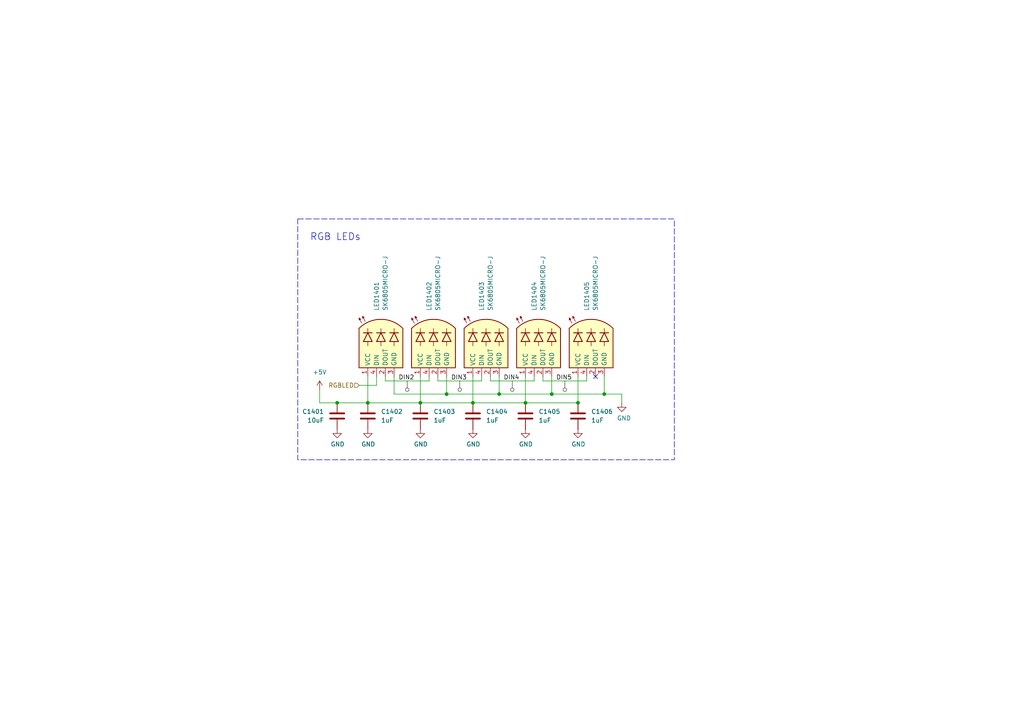
<source format=kicad_sch>
(kicad_sch (version 20250114) (generator "eeschema") (generator_version "9.0")
  (paper "A4")
  (title_block (title "HALPI2") (date "2025-01-26") (rev "v0.0.1") (company "Hat Labs Oy") (comment 1 "https://ohwr.org/cern_ohl_s_v2.pdf") (comment 2 "To view a copy of this license, visit ") (comment 3 "HALPI2 is licensed under CERN-OHL-S v2."))
  (lib_symbols
    (symbol "Device:C" (pin_numbers (hide yes)) (pin_names (offset 0.254))
      (property "Reference" "C" (at 0.635 2.54 0))
      (property "Value" "C" (at 0.635 -2.54 0))
      (symbol "C_0_1"
        (polyline (pts (xy -2.032 0.762) (xy 2.032 0.762)) (stroke (width 0.508)))
        (polyline (pts (xy -2.032 -0.762) (xy 2.032 -0.762)) (stroke (width 0.508)))
      )
      (symbol "C_1_1"
        (pin passive line (at 0 3.81 270) (length 2.794) (name "~") (number "1"))
        (pin passive line (at 0 -3.81 90) (length 2.794) (name "~") (number "2"))
      )
    )
    (symbol "Hatlabs:Worldsemi_WS2812E-4020"
      (property "Reference" "LED" (at 0 10.16 0))
      (property "Value" "Worldsemi_WS2812E-4020" (at 0 7.62 0))
      (symbol "Worldsemi_WS2812E-4020_0_1"
        (polyline (pts (xy 0 3.81) (xy 1.27 3.81)))
        (polyline (pts (xy 0 0) (xy 1.27 0)))
        (polyline (pts (xy 0 -3.81) (xy 1.27 -3.81)))
        (polyline (pts (xy 1.27 5.08) (xy 1.27 2.54) (xy 3.81 3.81) (xy 1.27 5.08)) (stroke (width 0.254)) (fill (type color) (color 70 70 200 1)))
        (polyline (pts (xy 1.27 1.27) (xy 1.27 -1.27) (xy 3.81 0) (xy 1.27 1.27)) (stroke (width 0.254)) (fill (type color) (color 240 30 30 1)))
        (polyline (pts (xy 1.27 -2.54) (xy 1.27 -5.08) (xy 3.81 -3.81) (xy 1.27 -2.54)) (stroke (width 0.254)) (fill (type color) (color 30 200 30 1)))
        (polyline (pts (xy 3.81 3.81) (xy 5.08 3.81)))
        (polyline (pts (xy 3.81 0) (xy 5.08 0)))
        (polyline (pts (xy 3.81 -3.81) (xy 5.08 -3.81)))
        (polyline (pts (xy 6.604 5.588) (xy 8.128 6.35)) (stroke (width 0.1524)) (fill (type outline)))
        (polyline (pts (xy 7.112 4.572) (xy 8.636 5.334)) (stroke (width 0.1524)) (fill (type color)))
        (polyline (pts (xy 7.493 6.35) (xy 7.747 5.842) (xy 8.128 6.35) (xy 7.493 6.35)) (stroke (width 0.1524)) (fill (type outline)))
        (polyline (pts (xy 8.001 5.334) (xy 8.255 4.826) (xy 8.636 5.334) (xy 8.001 5.334)) (fill (type outline)))
      )
      (symbol "Worldsemi_WS2812E-4020_1_1"
        (arc (start 5.08 6.35) (mid 7.7103 0) (end 5.08 -6.35) (stroke (width 0.254)) (fill (type background)))
        (polyline (pts (xy 3.81 2.54) (xy 3.81 5.08)) (stroke (width 0.254)))
        (polyline (pts (xy 3.81 -1.27) (xy 3.81 1.27)) (stroke (width 0.254)))
        (polyline (pts (xy 3.81 -5.08) (xy 3.81 -2.54)) (stroke (width 0.254)))
        (polyline (pts (xy 5.08 -6.35) (xy -6.35 -6.35) (xy -6.35 6.35) (xy 5.08 6.35)) (stroke (width 0.254)) (fill (type background)))
        (pin power_in line (at -8.89 3.81 0) (length 2.54) (name "VCC") (number "1"))
        (pin input line (at -8.89 1.27 0) (length 2.54) (name "DIN") (number "4"))
        (pin output line (at -8.89 -1.27 0) (length 2.54) (name "DOUT") (number "2"))
        (pin power_in line (at -8.89 -3.81 0) (length 2.54) (name "GND") (number "3"))
      )
    )
    (symbol "power:+5V" (power) (pin_numbers (hide yes)) (pin_names (offset 0) (hide yes))
      (property "Value" "+5V" (at 0 3.556 0))
      (symbol "+5V_0_1"
        (polyline (pts (xy -0.762 1.27) (xy 0 2.54)))
        (polyline (pts (xy 0 2.54) (xy 0.762 1.27)))
        (polyline (pts (xy 0 0) (xy 0 2.54)))
      )
      (symbol "+5V_1_1"
        (pin power_in line (at 0 0 90) (length 0) (name "~") (number "1"))
      )
    )
    (symbol "power:GND" (power) (pin_numbers (hide yes)) (pin_names (offset 0) (hide yes))
      (property "Value" "GND" (at 0 -3.81 0))
      (symbol "GND_0_1"
        (polyline (pts (xy 0 0) (xy 0 -1.27) (xy 1.27 -1.27) (xy 0 -2.54) (xy -1.27 -1.27) (xy 0 -1.27)))
      )
      (symbol "GND_1_1"
        (pin power_in line (at 0 0 270) (length 0) (name "~") (number "1"))
      )
    )
  )
  (rectangle (start 86.36 63.5) (end 195.58 133.35) (stroke (width 0) (type dash)))
  (text "RGB LEDs" (at 97.282 68.834 0) (effects (font (size 2 2))))
  (junction (at 129.54 114.3))
  (junction (at 97.79 116.84))
  (junction (at 121.92 116.84))
  (junction (at 175.26 114.3))
  (junction (at 106.68 116.84))
  (junction (at 137.16 116.84))
  (junction (at 144.78 114.3))
  (junction (at 160.02 114.3))
  (junction (at 152.4 116.84))
  (junction (at 167.64 116.84))
  (no_connect (at 172.72 109.22))
  (wire (pts (xy 167.64 116.84) (xy 152.4 116.84)))
  (wire (pts (xy 121.92 109.22) (xy 121.92 116.84)))
  (wire (pts (xy 157.48 110.49) (xy 170.18 110.49)))
  (wire (pts (xy 167.64 109.22) (xy 167.64 116.84)))
  (wire (pts (xy 137.16 109.22) (xy 137.16 116.84)))
  (wire (pts (xy 144.78 109.22) (xy 144.78 114.3)))
  (wire (pts (xy 106.68 109.22) (xy 106.68 116.84)))
  (wire (pts (xy 175.26 109.22) (xy 175.26 114.3)))
  (wire (pts (xy 154.94 110.49) (xy 154.94 109.22)))
  (wire (pts (xy 127 109.22) (xy 127 110.49)))
  (wire (pts (xy 137.16 116.84) (xy 121.92 116.84)))
  (wire (pts (xy 121.92 116.84) (xy 106.68 116.84)))
  (wire (pts (xy 111.76 109.22) (xy 111.76 110.49)))
  (wire (pts (xy 92.71 113.03) (xy 92.71 116.84)))
  (wire (pts (xy 157.48 109.22) (xy 157.48 110.49)))
  (wire (pts (xy 160.02 109.22) (xy 160.02 114.3)))
  (wire (pts (xy 142.24 109.22) (xy 142.24 110.49)))
  (wire (pts (xy 175.26 114.3) (xy 180.34 114.3)))
  (wire (pts (xy 97.79 116.84) (xy 106.68 116.84)))
  (wire (pts (xy 104.14 111.76) (xy 109.22 111.76)))
  (wire (pts (xy 92.71 116.84) (xy 97.79 116.84)))
  (wire (pts (xy 127 110.49) (xy 139.7 110.49)))
  (wire (pts (xy 152.4 109.22) (xy 152.4 116.84)))
  (wire (pts (xy 124.46 110.49) (xy 124.46 109.22)))
  (wire (pts (xy 142.24 110.49) (xy 154.94 110.49)))
  (wire (pts (xy 114.3 109.22) (xy 114.3 114.3)))
  (wire (pts (xy 114.3 114.3) (xy 129.54 114.3)))
  (wire (pts (xy 111.76 110.49) (xy 124.46 110.49)))
  (wire (pts (xy 170.18 110.49) (xy 170.18 109.22)))
  (wire (pts (xy 160.02 114.3) (xy 175.26 114.3)))
  (wire (pts (xy 109.22 111.76) (xy 109.22 109.22)))
  (wire (pts (xy 129.54 114.3) (xy 144.78 114.3)))
  (wire (pts (xy 180.34 114.3) (xy 180.34 116.84)))
  (wire (pts (xy 129.54 109.22) (xy 129.54 114.3)))
  (wire (pts (xy 144.78 114.3) (xy 160.02 114.3)))
  (wire (pts (xy 139.7 110.49) (xy 139.7 109.22)))
  (wire (pts (xy 152.4 116.84) (xy 137.16 116.84)))
  (label "DIN3" (at 130.81 110.49 0))
  (label "DIN4" (at 146.05 110.49 0))
  (label "DIN2" (at 115.57 110.49 0))
  (label "DIN5" (at 161.29 110.49 0))
  (hierarchical_label "RGBLED" (shape input) (at 104.14 111.76 180))
  (netclass_flag "" (length 2.54) (shape round) (at 118.11 110.49 180) (property "Netclass" "Digital" (effects (hide yes))))
  (netclass_flag "" (length 2.54) (shape round) (at 163.83 110.49 180) (property "Netclass" "Digital" (effects (hide yes))))
  (netclass_flag "" (length 2.54) (shape round) (at 133.35 110.49 180) (property "Netclass" "Digital" (effects (hide yes))))
  (netclass_flag "" (length 2.54) (shape round) (at 148.59 110.49 180) (property "Netclass" "Digital" (effects (hide yes))))
  (symbol (lib_id "Device:C") (at 121.92 120.65 0) (mirror y) (unit 1)
    (property "Reference" "C1403" (at 125.73 119.3799 0) (effects (justify right)))
    (property "Value" "1uF" (at 125.73 121.9199 0) (effects (justify right)))
    (property "Footprint" "Capacitor_SMD:C_0402_1005Metric" (effects (hide yes)))
    (property "Datasheet" "https://search.murata.co.jp/Ceramy/image/img/A01X/G101/ENG/GRM155R71C104KA88-01.pdf" (effects (hide yes)))
    (property "LCSC" "C52923" (effects (hide yes)))
  )
  (symbol (lib_id "power:GND") (at 97.79 124.46 0) (unit 1)
    (property "Reference" "#PWR01402" (effects (hide yes)))
    (property "Value" "GND" (at 97.917 128.8542 0))
    (property "Description" "Power symbol creates a global label with name \"GND\" , ground" (effects (hide yes)))
  )
  (symbol (lib_id "Device:C") (at 152.4 120.65 0) (mirror y) (unit 1)
    (property "Reference" "C1405" (at 156.21 119.3799 0) (effects (justify right)))
    (property "Value" "1uF" (at 156.21 121.9199 0) (effects (justify right)))
    (property "Footprint" "Capacitor_SMD:C_0402_1005Metric" (effects (hide yes)))
    (property "Datasheet" "https://search.murata.co.jp/Ceramy/image/img/A01X/G101/ENG/GRM155R71C104KA88-01.pdf" (effects (hide yes)))
    (property "LCSC" "C52923" (effects (hide yes)))
  )
  (symbol (lib_id "Device:C") (at 137.16 120.65 0) (mirror y) (unit 1)
    (property "Reference" "C1404" (at 140.97 119.3799 0) (effects (justify right)))
    (property "Value" "1uF" (at 140.97 121.9199 0) (effects (justify right)))
    (property "Footprint" "Capacitor_SMD:C_0402_1005Metric" (effects (hide yes)))
    (property "Datasheet" "https://search.murata.co.jp/Ceramy/image/img/A01X/G101/ENG/GRM155R71C104KA88-01.pdf" (effects (hide yes)))
    (property "LCSC" "C52923" (effects (hide yes)))
  )
  (symbol (lib_id "power:GND") (at 152.4 124.46 0) (unit 1)
    (property "Reference" "#PWR01406" (effects (hide yes)))
    (property "Value" "GND" (at 152.527 128.8542 0))
    (property "Description" "Power symbol creates a global label with name \"GND\" , ground" (effects (hide yes)))
  )
  (symbol (lib_id "power:GND") (at 106.68 124.46 0) (unit 1)
    (property "Reference" "#PWR01403" (effects (hide yes)))
    (property "Value" "GND" (at 106.807 128.8542 0))
    (property "Description" "Power symbol creates a global label with name \"GND\" , ground" (effects (hide yes)))
  )
  (symbol (lib_id "power:+5V") (at 92.71 113.03 0) (unit 1)
    (property "Reference" "#PWR01401" (effects (hide yes)))
    (property "Value" "+5V" (at 92.71 107.95 0))
    (property "Description" "Power symbol creates a global label with name \"+5V\"" (effects (hide yes)))
  )
  (symbol (lib_id "power:GND") (at 180.34 116.84 0) (unit 1)
    (property "Reference" "#PWR01408" (effects (hide yes)))
    (property "Value" "GND" (at 180.975 121.285 0))
    (property "Description" "Power symbol creates a global label with name \"GND\" , ground" (effects (hide yes)))
  )
  (symbol (lib_id "Device:C") (at 97.79 120.65 0) (mirror y) (unit 1)
    (property "Reference" "C1401" (at 93.98 119.3799 0) (effects (justify left)))
    (property "Value" "10uF" (at 93.98 121.9199 0) (effects (justify left)))
    (property "Footprint" "Capacitor_SMD:C_0603_1608Metric" (effects (hide yes)))
    (property "LCSC" "C19702" (effects (hide yes)))
  )
  (symbol (lib_id "power:GND") (at 167.64 124.46 0) (unit 1)
    (property "Reference" "#PWR01407" (effects (hide yes)))
    (property "Value" "GND" (at 167.767 128.8542 0))
    (property "Description" "Power symbol creates a global label with name \"GND\" , ground" (effects (hide yes)))
  )
  (symbol (lib_id "Hatlabs:Worldsemi_WS2812E-4020") (at 125.73 100.33 90) (unit 1)
    (property "Reference" "LED1402" (at 124.4599 90.17 0) (effects (justify left)))
    (property "Value" "SK6805MICRO-J" (at 126.9999 90.17 0) (effects (justify left)))
    (property "Footprint" "Hatlabs:LED-SMD_4P-L4.0-W1.4_SK6805SIDE-S" (effects (hide yes)))
    (property "Datasheet" "https://www.lcsc.com/datasheet/lcsc_datasheet_2110250930_OPSCO-Optoelectronics-SK6805MICRO-J_C2909056.pdf" (effects (hide yes)))
    (property "Description" "Digital RGB LED, PLCC-4 4.0x2.0mm Horizontal, Alternate KiCad Library" (effects (hide yes)))
    (property "LCSC" "C2909057" (effects (hide yes)))
  )
  (symbol (lib_id "power:GND") (at 137.16 124.46 0) (unit 1)
    (property "Reference" "#PWR01405" (effects (hide yes)))
    (property "Value" "GND" (at 137.287 128.8542 0))
    (property "Description" "Power symbol creates a global label with name \"GND\" , ground" (effects (hide yes)))
  )
  (symbol (lib_id "Hatlabs:Worldsemi_WS2812E-4020") (at 156.21 100.33 90) (unit 1)
    (property "Reference" "LED1404" (at 154.9399 90.17 0) (effects (justify left)))
    (property "Value" "SK6805MICRO-J" (at 157.4799 90.17 0) (effects (justify left)))
    (property "Footprint" "Hatlabs:LED-SMD_4P-L4.0-W1.4_SK6805SIDE-S" (effects (hide yes)))
    (property "Datasheet" "https://www.lcsc.com/datasheet/lcsc_datasheet_2110250930_OPSCO-Optoelectronics-SK6805MICRO-J_C2909056.pdf" (effects (hide yes)))
    (property "Description" "Digital RGB LED, PLCC-4 4.0x2.0mm Horizontal, Alternate KiCad Library" (effects (hide yes)))
    (property "LCSC" "C2909057" (effects (hide yes)))
  )
  (symbol (lib_id "Device:C") (at 167.64 120.65 0) (mirror y) (unit 1)
    (property "Reference" "C1406" (at 171.45 119.3799 0) (effects (justify right)))
    (property "Value" "1uF" (at 171.45 121.9199 0) (effects (justify right)))
    (property "Footprint" "Capacitor_SMD:C_0402_1005Metric" (effects (hide yes)))
    (property "Datasheet" "https://search.murata.co.jp/Ceramy/image/img/A01X/G101/ENG/GRM155R71C104KA88-01.pdf" (effects (hide yes)))
    (property "LCSC" "C52923" (effects (hide yes)))
  )
  (symbol (lib_id "Device:C") (at 106.68 120.65 0) (mirror y) (unit 1)
    (property "Reference" "C1402" (at 110.49 119.3799 0) (effects (justify right)))
    (property "Value" "1uF" (at 110.49 121.9199 0) (effects (justify right)))
    (property "Footprint" "Capacitor_SMD:C_0402_1005Metric" (effects (hide yes)))
    (property "Datasheet" "https://search.murata.co.jp/Ceramy/image/img/A01X/G101/ENG/GRM155R71C104KA88-01.pdf" (effects (hide yes)))
    (property "LCSC" "C52923" (effects (hide yes)))
  )
  (symbol (lib_id "Hatlabs:Worldsemi_WS2812E-4020") (at 140.97 100.33 90) (unit 1)
    (property "Reference" "LED1403" (at 139.6999 90.17 0) (effects (justify left)))
    (property "Value" "SK6805MICRO-J" (at 142.2399 90.17 0) (effects (justify left)))
    (property "Footprint" "Hatlabs:LED-SMD_4P-L4.0-W1.4_SK6805SIDE-S" (effects (hide yes)))
    (property "Datasheet" "https://www.lcsc.com/datasheet/lcsc_datasheet_2110250930_OPSCO-Optoelectronics-SK6805MICRO-J_C2909056.pdf" (effects (hide yes)))
    (property "Description" "Digital RGB LED, PLCC-4 4.0x2.0mm Horizontal, Alternate KiCad Library" (effects (hide yes)))
    (property "LCSC" "C2909057" (effects (hide yes)))
  )
  (symbol (lib_id "Hatlabs:Worldsemi_WS2812E-4020") (at 171.45 100.33 90) (unit 1)
    (property "Reference" "LED1405" (at 170.1799 90.17 0) (effects (justify left)))
    (property "Value" "SK6805MICRO-J" (at 172.7199 90.17 0) (effects (justify left)))
    (property "Footprint" "Hatlabs:LED-SMD_4P-L4.0-W1.4_SK6805SIDE-S" (effects (hide yes)))
    (property "Datasheet" "https://www.lcsc.com/datasheet/lcsc_datasheet_2110250930_OPSCO-Optoelectronics-SK6805MICRO-J_C2909056.pdf" (effects (hide yes)))
    (property "Description" "Digital RGB LED, PLCC-4 4.0x2.0mm Horizontal, Alternate KiCad Library" (effects (hide yes)))
    (property "LCSC" "C2909057" (effects (hide yes)))
  )
  (symbol (lib_id "Hatlabs:Worldsemi_WS2812E-4020") (at 110.49 100.33 90) (unit 1)
    (property "Reference" "LED1401" (at 109.2199 90.17 0) (effects (justify left)))
    (property "Value" "SK6805MICRO-J" (at 111.7599 90.17 0) (effects (justify left)))
    (property "Footprint" "Hatlabs:LED-SMD_4P-L4.0-W1.4_SK6805SIDE-S" (effects (hide yes)))
    (property "Datasheet" "https://www.lcsc.com/datasheet/lcsc_datasheet_2110250930_OPSCO-Optoelectronics-SK6805MICRO-J_C2909056.pdf" (effects (hide yes)))
    (property "Description" "Digital RGB LED, PLCC-4 4.0x2.0mm Horizontal, Alternate KiCad Library" (effects (hide yes)))
    (property "LCSC" "C2909057" (effects (hide yes)))
  )
  (symbol (lib_id "power:GND") (at 121.92 124.46 0) (unit 1)
    (property "Reference" "#PWR01404" (effects (hide yes)))
    (property "Value" "GND" (at 122.047 128.8542 0))
    (property "Description" "Power symbol creates a global label with name \"GND\" , ground" (effects (hide yes)))
  )
)
</source>
